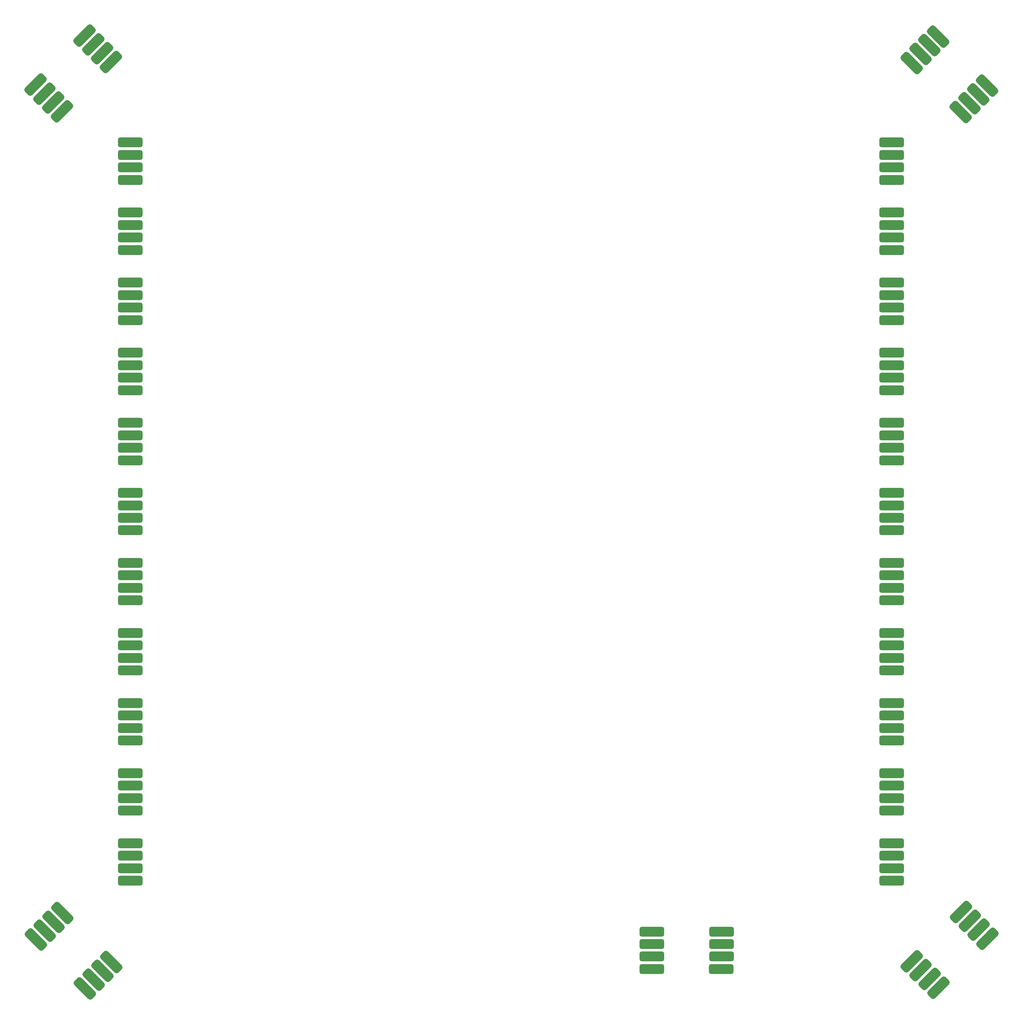
<source format=gbr>
%TF.GenerationSoftware,KiCad,Pcbnew,(6.0.1)*%
%TF.CreationDate,2022-02-23T09:05:59+01:00*%
%TF.ProjectId,ZigerWordClock,5a696765-7257-46f7-9264-436c6f636b2e,1.0*%
%TF.SameCoordinates,Original*%
%TF.FileFunction,Paste,Top*%
%TF.FilePolarity,Positive*%
%FSLAX46Y46*%
G04 Gerber Fmt 4.6, Leading zero omitted, Abs format (unit mm)*
G04 Created by KiCad (PCBNEW (6.0.1)) date 2022-02-23 09:05:59*
%MOMM*%
%LPD*%
G01*
G04 APERTURE LIST*
G04 Aperture macros list*
%AMRoundRect*
0 Rectangle with rounded corners*
0 $1 Rounding radius*
0 $2 $3 $4 $5 $6 $7 $8 $9 X,Y pos of 4 corners*
0 Add a 4 corners polygon primitive as box body*
4,1,4,$2,$3,$4,$5,$6,$7,$8,$9,$2,$3,0*
0 Add four circle primitives for the rounded corners*
1,1,$1+$1,$2,$3*
1,1,$1+$1,$4,$5*
1,1,$1+$1,$6,$7*
1,1,$1+$1,$8,$9*
0 Add four rect primitives between the rounded corners*
20,1,$1+$1,$2,$3,$4,$5,0*
20,1,$1+$1,$4,$5,$6,$7,0*
20,1,$1+$1,$6,$7,$8,$9,0*
20,1,$1+$1,$8,$9,$2,$3,0*%
G04 Aperture macros list end*
%ADD10RoundRect,0.600000X2.400000X0.600000X-2.400000X0.600000X-2.400000X-0.600000X2.400000X-0.600000X0*%
%ADD11RoundRect,0.600000X2.121320X-1.272792X-1.272792X2.121320X-2.121320X1.272792X1.272792X-2.121320X0*%
%ADD12RoundRect,0.600000X-2.121320X1.272792X1.272792X-2.121320X2.121320X-1.272792X-1.272792X2.121320X0*%
%ADD13RoundRect,0.600000X-2.400000X-0.600000X2.400000X-0.600000X2.400000X0.600000X-2.400000X0.600000X0*%
%ADD14RoundRect,0.600000X-1.272792X-2.121320X2.121320X1.272792X1.272792X2.121320X-2.121320X-1.272792X0*%
%ADD15RoundRect,0.600000X1.272792X2.121320X-2.121320X-1.272792X-1.272792X-2.121320X2.121320X1.272792X0*%
G04 APERTURE END LIST*
D10*
%TO.C,U11*%
X251688600Y-178706780D03*
X68688600Y-178706780D03*
X251688600Y-184706780D03*
X68688600Y-184706780D03*
X251688600Y-181706780D03*
X68688600Y-181706780D03*
X251688600Y-187706780D03*
X68688600Y-187706780D03*
%TD*%
D11*
%TO.C,U6*%
X64125350Y-257786389D03*
X52316666Y-245977705D03*
X59882709Y-262029029D03*
X48074026Y-250220346D03*
X62004029Y-259907709D03*
X50195346Y-248099026D03*
X57716134Y-264105095D03*
X45952705Y-252341666D03*
%TD*%
D12*
%TO.C,U3*%
X256531584Y-41675506D03*
X268340268Y-53484190D03*
X260774225Y-37432866D03*
X272582908Y-49241549D03*
X258652905Y-39554186D03*
X270461588Y-51362869D03*
X262940800Y-35356800D03*
X274704229Y-47120229D03*
%TD*%
D10*
%TO.C,U10*%
X251688600Y-145021300D03*
X68688600Y-145021300D03*
X251688600Y-151021300D03*
X68688600Y-151021300D03*
X251688600Y-148021300D03*
X68688600Y-148021300D03*
X251688600Y-154021300D03*
X68688600Y-154021300D03*
%TD*%
%TO.C,U7*%
X210807800Y-250469400D03*
X194107800Y-250469400D03*
X210807800Y-256469400D03*
X194107800Y-256469400D03*
X210807800Y-253469400D03*
X194107800Y-253469400D03*
X210743800Y-259469400D03*
X194107800Y-259469400D03*
%TD*%
D13*
%TO.C,U13*%
X68688600Y-69807600D03*
X251688600Y-69807600D03*
X68688600Y-63807600D03*
X251688600Y-63807600D03*
X68688600Y-66807600D03*
X251688600Y-66807600D03*
X68688600Y-60807600D03*
X251688600Y-60807600D03*
%TD*%
D14*
%TO.C,U5*%
X52250116Y-53312284D03*
X64058800Y-41503600D03*
X48007476Y-49069643D03*
X59816159Y-37260960D03*
X50128796Y-51190963D03*
X61937479Y-39382280D03*
X45931410Y-46903068D03*
X57694839Y-35139639D03*
%TD*%
D13*
%TO.C,U15*%
X68688600Y-137178560D03*
X251688600Y-137178560D03*
X68688600Y-131178560D03*
X251688600Y-131178560D03*
X68688600Y-134178560D03*
X251688600Y-134178560D03*
X68688600Y-128178560D03*
X251688600Y-128178560D03*
%TD*%
%TO.C,U14*%
X68688600Y-103493080D03*
X251688600Y-103493080D03*
X68688600Y-97493080D03*
X251688600Y-97493080D03*
X68688600Y-100493080D03*
X251688600Y-100493080D03*
X68688600Y-94493080D03*
X251688600Y-94493080D03*
%TD*%
%TO.C,U17*%
X68688600Y-204549520D03*
X251688600Y-204549520D03*
X68688600Y-198549520D03*
X251688600Y-198549520D03*
X68688600Y-201549520D03*
X251688600Y-201549520D03*
X68688600Y-195549520D03*
X251688600Y-195549520D03*
%TD*%
D10*
%TO.C,U8*%
X251688600Y-77650340D03*
X68688600Y-77650340D03*
X251688600Y-83650340D03*
X68688600Y-83650340D03*
X251688600Y-80650340D03*
X68688600Y-80650340D03*
X251688600Y-86650340D03*
X68688600Y-86650340D03*
%TD*%
%TO.C,U12*%
X251688600Y-212392260D03*
X68688600Y-212392260D03*
X251688600Y-218392260D03*
X68688600Y-218392260D03*
X251688600Y-215392260D03*
X68688600Y-215392260D03*
X251688600Y-221392260D03*
X68688600Y-221392260D03*
%TD*%
%TO.C,U9*%
X251688600Y-111335820D03*
X68688600Y-111335820D03*
X251688600Y-117335820D03*
X68688600Y-117335820D03*
X251688600Y-114335820D03*
X68688600Y-114335820D03*
X251688600Y-120335820D03*
X68688600Y-120335820D03*
%TD*%
D13*
%TO.C,U18*%
X68688600Y-238235000D03*
X251688600Y-238235000D03*
X68688600Y-232235000D03*
X251688600Y-232235000D03*
X68688600Y-235235000D03*
X251688600Y-235235000D03*
X68688600Y-229235000D03*
X251688600Y-229235000D03*
%TD*%
%TO.C,U16*%
X68688600Y-170864040D03*
X251688600Y-170864040D03*
X68688600Y-164864040D03*
X251688600Y-164864040D03*
X68688600Y-167864040D03*
X251688600Y-167864040D03*
X68688600Y-161864040D03*
X251688600Y-161864040D03*
%TD*%
D15*
%TO.C,U19*%
X268401800Y-245770400D03*
X256593116Y-257579084D03*
X272644440Y-250013041D03*
X260835757Y-261821724D03*
X270523120Y-247891721D03*
X258714437Y-259700404D03*
X274720506Y-252179616D03*
X262957077Y-263943045D03*
%TD*%
M02*

</source>
